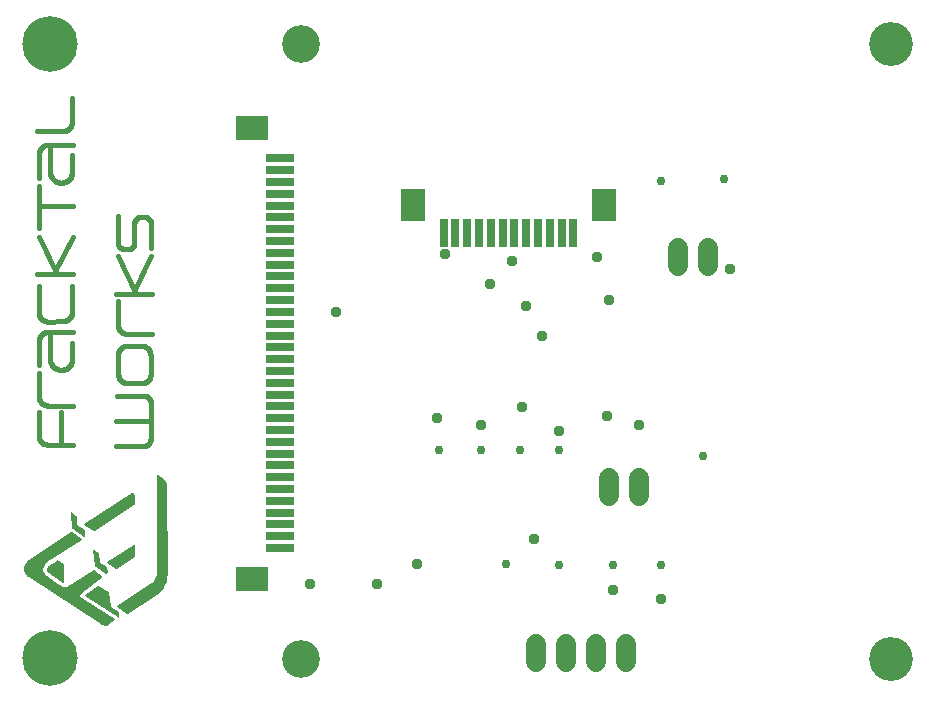
<source format=gbr>
G04 EAGLE Gerber RS-274X export*
G75*
%MOMM*%
%FSLAX34Y34*%
%LPD*%
%INSoldermask Top*%
%IPPOS*%
%AMOC8*
5,1,8,0,0,1.08239X$1,22.5*%
G01*
%ADD10C,4.703294*%
%ADD11C,3.712694*%
%ADD12C,3.203194*%
%ADD13R,2.403200X0.803200*%
%ADD14R,2.803200X2.003200*%
%ADD15C,0.406400*%
%ADD16C,1.727200*%
%ADD17C,0.762000*%
%ADD18R,0.803200X2.403200*%
%ADD19R,2.003200X2.803200*%
%ADD20C,0.959600*%

G36*
X209193Y167843D02*
X209193Y167843D01*
X209226Y167854D01*
X209277Y167859D01*
X210411Y168208D01*
X210441Y168225D01*
X210490Y168242D01*
X211518Y168835D01*
X211532Y168847D01*
X211554Y168858D01*
X216380Y172414D01*
X216402Y172440D01*
X216430Y172459D01*
X216457Y172505D01*
X216492Y172546D01*
X216500Y172579D01*
X216518Y172609D01*
X216521Y172662D01*
X216534Y172714D01*
X216527Y172747D01*
X216529Y172782D01*
X216509Y172831D01*
X216498Y172883D01*
X216476Y172910D01*
X216463Y172942D01*
X216414Y172988D01*
X216389Y173019D01*
X216374Y173026D01*
X216358Y173041D01*
X187930Y191062D01*
X187465Y191449D01*
X187124Y191921D01*
X186910Y192462D01*
X186838Y193040D01*
X186910Y193618D01*
X187124Y194159D01*
X187465Y194631D01*
X187941Y195027D01*
X206474Y208736D01*
X206490Y208755D01*
X206510Y208767D01*
X206545Y208820D01*
X206586Y208868D01*
X206592Y208892D01*
X206605Y208912D01*
X206613Y208975D01*
X206628Y209036D01*
X206623Y209060D01*
X206626Y209084D01*
X206605Y209144D01*
X206591Y209206D01*
X206576Y209225D01*
X206568Y209247D01*
X206505Y209313D01*
X206483Y209341D01*
X206475Y209345D01*
X206468Y209352D01*
X198594Y214940D01*
X198535Y214964D01*
X198480Y214995D01*
X198456Y214997D01*
X198434Y215006D01*
X198370Y215001D01*
X198307Y215004D01*
X198282Y214995D01*
X198261Y214993D01*
X198228Y214974D01*
X198172Y214952D01*
X175571Y200731D01*
X175011Y200406D01*
X174428Y200225D01*
X173818Y200178D01*
X173214Y200268D01*
X172632Y200495D01*
X165363Y204738D01*
X158483Y209592D01*
X157467Y210543D01*
X156656Y211662D01*
X156072Y212915D01*
X155736Y214255D01*
X155661Y215635D01*
X155848Y217004D01*
X156292Y218312D01*
X156976Y219513D01*
X157876Y220562D01*
X158973Y221433D01*
X187913Y240219D01*
X187939Y240246D01*
X187971Y240265D01*
X187998Y240308D01*
X188033Y240344D01*
X188044Y240380D01*
X188064Y240411D01*
X188070Y240461D01*
X188085Y240509D01*
X188079Y240546D01*
X188084Y240583D01*
X188066Y240631D01*
X188059Y240680D01*
X188037Y240711D01*
X188024Y240746D01*
X187981Y240791D01*
X187959Y240822D01*
X187941Y240832D01*
X187923Y240850D01*
X179541Y246692D01*
X179480Y246716D01*
X179422Y246747D01*
X179400Y246748D01*
X179380Y246756D01*
X179315Y246751D01*
X179249Y246753D01*
X179226Y246744D01*
X179208Y246742D01*
X179175Y246722D01*
X179115Y246697D01*
X143301Y223075D01*
X143294Y223069D01*
X143284Y223064D01*
X141966Y222091D01*
X141945Y222067D01*
X141909Y222039D01*
X140814Y220820D01*
X140799Y220792D01*
X140768Y220758D01*
X139943Y219342D01*
X139934Y219311D01*
X139911Y219272D01*
X139390Y217719D01*
X139387Y217687D01*
X139372Y217643D01*
X139176Y216017D01*
X139179Y215985D01*
X139174Y215939D01*
X139311Y214307D01*
X139321Y214276D01*
X139325Y214231D01*
X139789Y212659D01*
X139805Y212631D01*
X139818Y212588D01*
X140590Y211142D01*
X140612Y211118D01*
X140634Y211078D01*
X141682Y209819D01*
X141708Y209800D01*
X141737Y209765D01*
X143019Y208745D01*
X143034Y208737D01*
X143050Y208722D01*
X204514Y169101D01*
X205489Y168434D01*
X205521Y168422D01*
X205564Y168394D01*
X206669Y167959D01*
X206703Y167954D01*
X206751Y167937D01*
X207924Y167759D01*
X207959Y167762D01*
X208010Y167756D01*
X209193Y167843D01*
G37*
G36*
X226833Y177683D02*
X226833Y177683D01*
X226897Y177681D01*
X226922Y177692D01*
X226943Y177694D01*
X226975Y177713D01*
X227031Y177736D01*
X251415Y193738D01*
X251420Y193744D01*
X251430Y193748D01*
X253706Y195403D01*
X253721Y195421D01*
X253748Y195439D01*
X255760Y197406D01*
X255773Y197426D01*
X255797Y197447D01*
X255910Y197596D01*
X255911Y197596D01*
X255911Y197597D01*
X256200Y197977D01*
X256490Y198357D01*
X256780Y198737D01*
X257070Y199117D01*
X257070Y199118D01*
X257360Y199498D01*
X257502Y199685D01*
X257512Y199707D01*
X257532Y199731D01*
X258896Y202193D01*
X258902Y202216D01*
X258919Y202243D01*
X259911Y204876D01*
X259914Y204900D01*
X259927Y204929D01*
X260527Y207678D01*
X260526Y207702D01*
X260534Y207733D01*
X260729Y210540D01*
X260727Y210552D01*
X260730Y210567D01*
X260476Y285497D01*
X260476Y285498D01*
X260476Y285499D01*
X260466Y286858D01*
X260458Y286892D01*
X260456Y286941D01*
X260151Y288266D01*
X260136Y288296D01*
X260123Y288345D01*
X259537Y289571D01*
X259515Y289598D01*
X259493Y289642D01*
X258653Y290711D01*
X258627Y290733D01*
X258595Y290771D01*
X257543Y291632D01*
X257526Y291640D01*
X257509Y291657D01*
X252429Y294959D01*
X252361Y294983D01*
X252294Y295013D01*
X252280Y295013D01*
X252266Y295018D01*
X252194Y295009D01*
X252121Y295007D01*
X252109Y295000D01*
X252094Y294998D01*
X252033Y294959D01*
X251969Y294924D01*
X251961Y294912D01*
X251949Y294904D01*
X251911Y294842D01*
X251869Y294782D01*
X251866Y294767D01*
X251860Y294755D01*
X251857Y294717D01*
X251842Y294640D01*
X251842Y212873D01*
X251615Y210873D01*
X251075Y208941D01*
X250237Y207120D01*
X249120Y205455D01*
X247753Y203988D01*
X246158Y202747D01*
X217977Y184214D01*
X217950Y184186D01*
X217917Y184165D01*
X217892Y184124D01*
X217858Y184088D01*
X217846Y184051D01*
X217826Y184018D01*
X217821Y183969D01*
X217807Y183922D01*
X217813Y183884D01*
X217809Y183846D01*
X217827Y183800D01*
X217834Y183751D01*
X217857Y183720D01*
X217871Y183684D01*
X217913Y183641D01*
X217935Y183610D01*
X217954Y183600D01*
X217973Y183581D01*
X226609Y177739D01*
X226668Y177717D01*
X226723Y177687D01*
X226748Y177686D01*
X226771Y177677D01*
X226833Y177683D01*
G37*
G36*
X198899Y247533D02*
X198899Y247533D01*
X198957Y247531D01*
X198988Y247544D01*
X199013Y247547D01*
X199043Y247566D01*
X199091Y247587D01*
X232619Y269685D01*
X232638Y269705D01*
X232663Y269718D01*
X232697Y269767D01*
X232738Y269810D01*
X232747Y269837D01*
X232763Y269860D01*
X232778Y269939D01*
X232789Y269976D01*
X232787Y269988D01*
X232790Y270002D01*
X232790Y278638D01*
X232782Y278673D01*
X232779Y278729D01*
X232698Y279060D01*
X232683Y279088D01*
X232645Y279180D01*
X232456Y279463D01*
X232432Y279485D01*
X232366Y279558D01*
X232092Y279760D01*
X232062Y279773D01*
X231975Y279819D01*
X231648Y279916D01*
X231616Y279918D01*
X231518Y279932D01*
X231178Y279913D01*
X231147Y279904D01*
X231051Y279883D01*
X230737Y279750D01*
X230715Y279733D01*
X230679Y279719D01*
X190293Y253557D01*
X190262Y253524D01*
X190224Y253500D01*
X190203Y253463D01*
X190173Y253432D01*
X190159Y253389D01*
X190137Y253350D01*
X190134Y253308D01*
X190121Y253267D01*
X190128Y253222D01*
X190125Y253177D01*
X190141Y253138D01*
X190147Y253096D01*
X190173Y253059D01*
X190191Y253017D01*
X190227Y252982D01*
X190232Y252975D01*
X190233Y252975D01*
X190247Y252954D01*
X190270Y252942D01*
X190296Y252917D01*
X198678Y247583D01*
X198733Y247564D01*
X198784Y247537D01*
X198814Y247536D01*
X198841Y247526D01*
X198899Y247533D01*
G37*
G36*
X219185Y174639D02*
X219185Y174639D01*
X219206Y174639D01*
X219291Y174674D01*
X219379Y174703D01*
X219395Y174716D01*
X219413Y174724D01*
X219482Y174786D01*
X219554Y174844D01*
X219564Y174861D01*
X219579Y174875D01*
X219621Y174957D01*
X219669Y175037D01*
X219672Y175057D01*
X219682Y175075D01*
X219707Y175247D01*
X219709Y175258D01*
X219709Y175259D01*
X219709Y175260D01*
X219709Y178943D01*
X219709Y178945D01*
X219709Y178947D01*
X219689Y179056D01*
X219670Y179164D01*
X219669Y179166D01*
X219668Y179167D01*
X219612Y179261D01*
X219555Y179357D01*
X219554Y179358D01*
X219553Y179360D01*
X219410Y179481D01*
X212937Y183512D01*
X211450Y195910D01*
X211426Y195988D01*
X211409Y196068D01*
X211393Y196094D01*
X211384Y196124D01*
X211334Y196189D01*
X211291Y196259D01*
X211264Y196281D01*
X211248Y196302D01*
X211207Y196328D01*
X211146Y196378D01*
X202256Y201712D01*
X202203Y201732D01*
X202155Y201761D01*
X202099Y201771D01*
X202047Y201791D01*
X201990Y201792D01*
X201934Y201802D01*
X201879Y201793D01*
X201822Y201793D01*
X201769Y201774D01*
X201713Y201764D01*
X201654Y201732D01*
X201611Y201716D01*
X201587Y201695D01*
X201549Y201675D01*
X190754Y193547D01*
X190708Y193498D01*
X190656Y193456D01*
X190632Y193416D01*
X190601Y193382D01*
X190576Y193321D01*
X190541Y193263D01*
X190533Y193218D01*
X190515Y193175D01*
X190513Y193108D01*
X190501Y193042D01*
X190509Y192997D01*
X190507Y192951D01*
X190528Y192887D01*
X190540Y192821D01*
X190563Y192781D01*
X190578Y192738D01*
X190619Y192685D01*
X190653Y192628D01*
X190694Y192593D01*
X190718Y192562D01*
X190752Y192542D01*
X190795Y192505D01*
X218735Y174725D01*
X218753Y174717D01*
X218769Y174705D01*
X218856Y174675D01*
X218942Y174640D01*
X218962Y174639D01*
X218981Y174633D01*
X219074Y174635D01*
X219166Y174632D01*
X219185Y174639D01*
G37*
G36*
X217440Y215783D02*
X217440Y215783D01*
X217498Y215781D01*
X217529Y215793D01*
X217553Y215796D01*
X217583Y215816D01*
X217633Y215836D01*
X233127Y225996D01*
X233146Y226017D01*
X233171Y226030D01*
X233205Y226079D01*
X233246Y226122D01*
X233254Y226149D01*
X233271Y226172D01*
X233286Y226250D01*
X233297Y226287D01*
X233295Y226299D01*
X233298Y226314D01*
X233298Y235712D01*
X233283Y235779D01*
X233273Y235847D01*
X233263Y235862D01*
X233259Y235881D01*
X233215Y235934D01*
X233177Y235991D01*
X233160Y236000D01*
X233149Y236014D01*
X233086Y236043D01*
X233026Y236077D01*
X233008Y236078D01*
X232990Y236085D01*
X232922Y236083D01*
X232853Y236087D01*
X232834Y236079D01*
X232817Y236079D01*
X232783Y236060D01*
X232718Y236035D01*
X209350Y221557D01*
X209316Y221523D01*
X209276Y221497D01*
X209255Y221463D01*
X209227Y221435D01*
X209212Y221389D01*
X209187Y221348D01*
X209184Y221308D01*
X209172Y221271D01*
X209178Y221223D01*
X209174Y221175D01*
X209189Y221138D01*
X209195Y221099D01*
X209221Y221059D01*
X209239Y221015D01*
X209273Y220982D01*
X209291Y220955D01*
X209316Y220941D01*
X209344Y220914D01*
X217218Y215834D01*
X217273Y215815D01*
X217325Y215787D01*
X217354Y215786D01*
X217381Y215776D01*
X217440Y215783D01*
G37*
G36*
X172431Y203975D02*
X172431Y203975D01*
X172464Y203975D01*
X172538Y204005D01*
X172615Y204026D01*
X172642Y204046D01*
X172673Y204058D01*
X172732Y204111D01*
X172797Y204158D01*
X172815Y204186D01*
X172840Y204208D01*
X172877Y204278D01*
X172921Y204345D01*
X172929Y204377D01*
X172944Y204406D01*
X172961Y204517D01*
X172972Y204563D01*
X172971Y204576D01*
X172973Y204592D01*
X173100Y219197D01*
X173099Y219204D01*
X173100Y219212D01*
X173088Y219276D01*
X173087Y219315D01*
X173075Y219343D01*
X173062Y219418D01*
X173059Y219424D01*
X173057Y219432D01*
X173004Y219519D01*
X173002Y219523D01*
X173000Y219526D01*
X172950Y219612D01*
X172944Y219617D01*
X172940Y219623D01*
X172796Y219744D01*
X167589Y222919D01*
X167546Y222935D01*
X167507Y222961D01*
X167442Y222976D01*
X167380Y223000D01*
X167333Y223000D01*
X167288Y223011D01*
X167222Y223002D01*
X167156Y223003D01*
X167112Y222987D01*
X167066Y222981D01*
X166991Y222944D01*
X166944Y222928D01*
X166926Y222912D01*
X166897Y222898D01*
X160674Y218580D01*
X160651Y218557D01*
X160614Y218533D01*
X160017Y218002D01*
X159987Y217962D01*
X159916Y217887D01*
X159463Y217229D01*
X159443Y217183D01*
X159393Y217094D01*
X159110Y216346D01*
X159101Y216297D01*
X159074Y216198D01*
X158978Y215405D01*
X158980Y215355D01*
X158978Y215252D01*
X159074Y214459D01*
X159088Y214411D01*
X159110Y214311D01*
X159393Y213563D01*
X159418Y213520D01*
X159463Y213428D01*
X159916Y212770D01*
X159952Y212734D01*
X160017Y212655D01*
X160614Y212124D01*
X160640Y212108D01*
X160670Y212080D01*
X171973Y204079D01*
X172002Y204065D01*
X172028Y204044D01*
X172103Y204018D01*
X172176Y203984D01*
X172209Y203981D01*
X172240Y203971D01*
X172320Y203972D01*
X172399Y203966D01*
X172431Y203975D01*
G37*
G36*
X190602Y242713D02*
X190602Y242713D01*
X190647Y242715D01*
X190710Y242742D01*
X190775Y242761D01*
X190812Y242787D01*
X190853Y242805D01*
X190902Y242852D01*
X190957Y242892D01*
X190982Y242930D01*
X191014Y242961D01*
X191044Y243022D01*
X191082Y243079D01*
X191092Y243123D01*
X191111Y243163D01*
X191122Y243249D01*
X191133Y243297D01*
X191131Y243320D01*
X191134Y243349D01*
X191007Y248048D01*
X190992Y248122D01*
X190985Y248198D01*
X190969Y248231D01*
X190961Y248268D01*
X190921Y248332D01*
X190889Y248400D01*
X190859Y248431D01*
X190842Y248458D01*
X190806Y248486D01*
X190758Y248535D01*
X184499Y253321D01*
X183765Y260541D01*
X183757Y260568D01*
X183757Y260587D01*
X183746Y260613D01*
X183740Y260663D01*
X183717Y260708D01*
X183703Y260757D01*
X183666Y260807D01*
X183637Y260863D01*
X183595Y260904D01*
X183570Y260938D01*
X183539Y260958D01*
X183503Y260993D01*
X179947Y263533D01*
X179885Y263562D01*
X179828Y263600D01*
X179784Y263610D01*
X179744Y263629D01*
X179676Y263635D01*
X179609Y263650D01*
X179565Y263645D01*
X179520Y263649D01*
X179455Y263631D01*
X179387Y263622D01*
X179347Y263601D01*
X179304Y263589D01*
X179249Y263549D01*
X179188Y263517D01*
X179158Y263484D01*
X179122Y263458D01*
X179084Y263401D01*
X179038Y263350D01*
X179022Y263309D01*
X178997Y263272D01*
X178981Y263205D01*
X178956Y263142D01*
X178954Y263090D01*
X178945Y263053D01*
X178950Y263013D01*
X178947Y262955D01*
X180217Y250128D01*
X180234Y250066D01*
X180242Y250002D01*
X180265Y249959D01*
X180278Y249912D01*
X180316Y249860D01*
X180346Y249803D01*
X180387Y249763D01*
X180411Y249731D01*
X180443Y249710D01*
X180481Y249673D01*
X190133Y242815D01*
X190173Y242796D01*
X190209Y242769D01*
X190274Y242748D01*
X190336Y242719D01*
X190380Y242716D01*
X190423Y242702D01*
X190491Y242706D01*
X190559Y242701D01*
X190602Y242713D01*
G37*
G36*
X209334Y211463D02*
X209334Y211463D01*
X209374Y211461D01*
X209443Y211482D01*
X209515Y211495D01*
X209550Y211515D01*
X209588Y211527D01*
X209646Y211572D01*
X209709Y211608D01*
X209734Y211639D01*
X209766Y211664D01*
X209805Y211726D01*
X209850Y211782D01*
X209863Y211820D01*
X209885Y211854D01*
X209900Y211926D01*
X209923Y211994D01*
X209923Y212040D01*
X209930Y212074D01*
X209923Y212118D01*
X209924Y212182D01*
X209162Y217389D01*
X209141Y217450D01*
X209130Y217513D01*
X209106Y217555D01*
X209090Y217602D01*
X209050Y217651D01*
X209018Y217707D01*
X208975Y217745D01*
X208949Y217776D01*
X208917Y217796D01*
X208877Y217831D01*
X203793Y221099D01*
X202814Y229058D01*
X202794Y229122D01*
X202784Y229187D01*
X202761Y229228D01*
X202747Y229273D01*
X202707Y229325D01*
X202675Y229383D01*
X202634Y229420D01*
X202610Y229451D01*
X202577Y229472D01*
X202536Y229509D01*
X198726Y232049D01*
X198663Y232076D01*
X198604Y232112D01*
X198561Y232121D01*
X198520Y232138D01*
X198451Y232142D01*
X198384Y232155D01*
X198340Y232148D01*
X198296Y232150D01*
X198230Y232130D01*
X198163Y232119D01*
X198124Y232097D01*
X198082Y232084D01*
X198027Y232042D01*
X197968Y232008D01*
X197939Y231974D01*
X197904Y231947D01*
X197868Y231889D01*
X197824Y231836D01*
X197809Y231794D01*
X197785Y231757D01*
X197771Y231689D01*
X197748Y231625D01*
X197747Y231574D01*
X197740Y231537D01*
X197746Y231496D01*
X197745Y231437D01*
X199523Y218102D01*
X199543Y218042D01*
X199552Y217980D01*
X199577Y217936D01*
X199592Y217889D01*
X199631Y217839D01*
X199661Y217784D01*
X199705Y217745D01*
X199730Y217712D01*
X199762Y217693D01*
X199800Y217658D01*
X208944Y211562D01*
X209011Y211533D01*
X209073Y211496D01*
X209113Y211489D01*
X209150Y211473D01*
X209222Y211469D01*
X209294Y211456D01*
X209334Y211463D01*
G37*
D10*
X161290Y659892D03*
X161290Y139954D03*
D11*
X873633Y139827D03*
X873506Y659943D03*
D12*
X373634Y659892D03*
X373634Y139827D03*
D13*
X356280Y523400D03*
X356280Y533400D03*
X356280Y513400D03*
X356280Y543400D03*
D14*
X332280Y207400D03*
X332280Y589400D03*
D13*
X356280Y553400D03*
X356280Y563400D03*
X356280Y503400D03*
X356280Y493400D03*
X356280Y483400D03*
X356280Y473400D03*
X356280Y463400D03*
X356280Y453400D03*
X356280Y443400D03*
X356280Y433400D03*
X356280Y423400D03*
X356280Y413400D03*
X356280Y403400D03*
X356280Y393400D03*
X356280Y383400D03*
X356280Y373400D03*
X356280Y363400D03*
X356280Y353400D03*
X356280Y343400D03*
X356280Y333400D03*
X356280Y323400D03*
X356280Y313400D03*
X356280Y303400D03*
X356280Y293400D03*
X356280Y283400D03*
X356280Y273400D03*
X356280Y263400D03*
X356280Y253400D03*
X356280Y243400D03*
X356280Y233400D03*
D15*
X151638Y329438D02*
X151892Y348996D01*
X151638Y329438D02*
X151638Y328676D01*
X151640Y328492D01*
X151647Y328308D01*
X151658Y328124D01*
X151674Y327941D01*
X151694Y327758D01*
X151718Y327575D01*
X151747Y327393D01*
X151780Y327212D01*
X151818Y327032D01*
X151859Y326852D01*
X151906Y326674D01*
X151956Y326497D01*
X152011Y326321D01*
X152070Y326147D01*
X152133Y325974D01*
X152201Y325803D01*
X152272Y325633D01*
X152348Y325465D01*
X152427Y325299D01*
X152511Y325135D01*
X152598Y324973D01*
X152690Y324813D01*
X152785Y324655D01*
X152884Y324500D01*
X152987Y324347D01*
X153093Y324197D01*
X153203Y324049D01*
X153317Y323904D01*
X153434Y323762D01*
X153554Y323623D01*
X153678Y323487D01*
X153805Y323353D01*
X153935Y323223D01*
X154069Y323096D01*
X154205Y322972D01*
X154344Y322852D01*
X154486Y322735D01*
X154631Y322621D01*
X154779Y322511D01*
X154929Y322405D01*
X155082Y322302D01*
X155237Y322203D01*
X155395Y322108D01*
X155555Y322016D01*
X155717Y321929D01*
X155881Y321845D01*
X156047Y321766D01*
X156215Y321690D01*
X156385Y321619D01*
X156556Y321551D01*
X156729Y321488D01*
X156903Y321429D01*
X157079Y321374D01*
X157256Y321324D01*
X157434Y321277D01*
X157614Y321236D01*
X157794Y321198D01*
X157975Y321165D01*
X158157Y321136D01*
X158340Y321112D01*
X158523Y321092D01*
X158706Y321076D01*
X158890Y321065D01*
X159074Y321058D01*
X159258Y321056D01*
X180594Y321056D01*
X170180Y323342D02*
X170180Y348996D01*
X151638Y362204D02*
X151638Y381762D01*
X151638Y362204D02*
X151640Y362007D01*
X151648Y361809D01*
X151660Y361613D01*
X151676Y361416D01*
X151698Y361220D01*
X151724Y361024D01*
X151755Y360829D01*
X151791Y360635D01*
X151831Y360442D01*
X151876Y360250D01*
X151926Y360059D01*
X151980Y359869D01*
X152039Y359681D01*
X152103Y359494D01*
X152171Y359309D01*
X152243Y359125D01*
X152320Y358944D01*
X152401Y358764D01*
X152487Y358586D01*
X152577Y358410D01*
X152671Y358237D01*
X152770Y358066D01*
X152872Y357897D01*
X152979Y357731D01*
X153089Y357568D01*
X153204Y357407D01*
X153322Y357249D01*
X153444Y357094D01*
X153570Y356942D01*
X153699Y356793D01*
X153832Y356648D01*
X153969Y356505D01*
X154109Y356366D01*
X154252Y356230D01*
X154399Y356098D01*
X154549Y355970D01*
X154701Y355845D01*
X154857Y355724D01*
X155016Y355606D01*
X155177Y355493D01*
X155341Y355384D01*
X155508Y355278D01*
X155678Y355177D01*
X155849Y355080D01*
X156023Y354987D01*
X156200Y354898D01*
X156378Y354813D01*
X156558Y354733D01*
X156740Y354657D01*
X156924Y354586D01*
X157110Y354519D01*
X157297Y354457D01*
X157486Y354399D01*
X157676Y354346D01*
X157867Y354298D01*
X158060Y354254D01*
X158253Y354215D01*
X158447Y354180D01*
X158643Y354151D01*
X158838Y354126D01*
X159035Y354105D01*
X159231Y354090D01*
X159428Y354079D01*
X159626Y354073D01*
X159823Y354072D01*
X160020Y354076D01*
X180594Y353822D01*
X151892Y388112D02*
X151892Y408432D01*
X151894Y408631D01*
X151902Y408829D01*
X151914Y409027D01*
X151931Y409225D01*
X151953Y409423D01*
X151979Y409620D01*
X152011Y409816D01*
X152047Y410011D01*
X152088Y410206D01*
X152133Y410399D01*
X152184Y410591D01*
X152239Y410782D01*
X152299Y410971D01*
X152363Y411159D01*
X152432Y411346D01*
X152505Y411530D01*
X152583Y411713D01*
X152666Y411894D01*
X152752Y412072D01*
X152843Y412249D01*
X152939Y412423D01*
X153038Y412595D01*
X153142Y412765D01*
X153250Y412931D01*
X153362Y413095D01*
X153478Y413257D01*
X153598Y413415D01*
X153721Y413571D01*
X153849Y413723D01*
X153980Y413872D01*
X154115Y414018D01*
X154253Y414161D01*
X154394Y414300D01*
X154540Y414436D01*
X154688Y414568D01*
X154839Y414697D01*
X154994Y414822D01*
X155151Y414943D01*
X155312Y415060D01*
X155475Y415173D01*
X155641Y415282D01*
X155810Y415387D01*
X155981Y415488D01*
X156155Y415584D01*
X156330Y415677D01*
X156509Y415765D01*
X156689Y415849D01*
X156871Y415928D01*
X157055Y416003D01*
X157241Y416073D01*
X157428Y416139D01*
X157617Y416200D01*
X157808Y416256D01*
X157999Y416308D01*
X158192Y416355D01*
X158387Y416397D01*
X158582Y416435D01*
X158777Y416468D01*
X158974Y416496D01*
X159171Y416519D01*
X159369Y416538D01*
X159567Y416551D01*
X159766Y416560D01*
X180848Y416306D01*
X179832Y407416D02*
X179832Y393192D01*
X179829Y392977D01*
X179822Y392761D01*
X179809Y392546D01*
X179790Y392331D01*
X179767Y392117D01*
X179738Y391904D01*
X179704Y391691D01*
X179665Y391479D01*
X179621Y391268D01*
X179572Y391058D01*
X179518Y390850D01*
X179459Y390643D01*
X179395Y390437D01*
X179325Y390233D01*
X179251Y390031D01*
X179172Y389830D01*
X179088Y389632D01*
X179000Y389435D01*
X178906Y389241D01*
X178808Y389049D01*
X178706Y388860D01*
X178598Y388673D01*
X178487Y388489D01*
X178370Y388307D01*
X178250Y388129D01*
X178125Y387953D01*
X177996Y387780D01*
X177863Y387611D01*
X177726Y387445D01*
X177585Y387282D01*
X177439Y387123D01*
X177290Y386967D01*
X177138Y386815D01*
X176982Y386667D01*
X176822Y386522D01*
X176658Y386382D01*
X176492Y386245D01*
X176322Y386113D01*
X176149Y385984D01*
X175973Y385860D01*
X175794Y385740D01*
X175612Y385625D01*
X175427Y385514D01*
X175240Y385407D01*
X175050Y385306D01*
X174857Y385208D01*
X174663Y385116D01*
X174466Y385028D01*
X174267Y384945D01*
X174067Y384866D01*
X173864Y384793D01*
X173660Y384725D01*
X173454Y384661D01*
X173246Y384603D01*
X173038Y384549D01*
X172828Y384501D01*
X172617Y384458D01*
X172405Y384420D01*
X172192Y384387D01*
X171978Y384359D01*
X171764Y384336D01*
X171549Y384319D01*
X171334Y384307D01*
X171118Y384300D01*
X170903Y384298D01*
X170688Y384302D01*
X170443Y384312D01*
X170199Y384328D01*
X169956Y384349D01*
X169713Y384377D01*
X169471Y384411D01*
X169230Y384450D01*
X168989Y384496D01*
X168750Y384547D01*
X168513Y384604D01*
X168276Y384667D01*
X168042Y384735D01*
X167809Y384809D01*
X167578Y384889D01*
X167349Y384975D01*
X167122Y385066D01*
X166897Y385162D01*
X166675Y385264D01*
X166456Y385372D01*
X166239Y385484D01*
X166025Y385602D01*
X165813Y385726D01*
X165605Y385854D01*
X165400Y385987D01*
X165199Y386125D01*
X165001Y386268D01*
X164806Y386416D01*
X164615Y386569D01*
X164428Y386726D01*
X164245Y386888D01*
X164065Y387054D01*
X163890Y387225D01*
X163719Y387399D01*
X163552Y387578D01*
X163390Y387761D01*
X163232Y387948D01*
X163079Y388138D01*
X162931Y388332D01*
X162787Y388530D01*
X162648Y388731D01*
X162514Y388936D01*
X162385Y389144D01*
X162262Y389354D01*
X162143Y389568D01*
X162030Y389785D01*
X161922Y390004D01*
X161819Y390226D01*
X161722Y390450D01*
X161630Y390677D01*
X161544Y390906D01*
X161544Y414528D01*
X151638Y433070D02*
X151638Y455422D01*
X151638Y433070D02*
X151640Y432877D01*
X151647Y432683D01*
X151659Y432490D01*
X151676Y432298D01*
X151697Y432105D01*
X151723Y431914D01*
X151754Y431723D01*
X151789Y431533D01*
X151829Y431343D01*
X151873Y431155D01*
X151922Y430968D01*
X151976Y430782D01*
X152034Y430598D01*
X152097Y430415D01*
X152164Y430234D01*
X152236Y430054D01*
X152312Y429876D01*
X152392Y429700D01*
X152476Y429526D01*
X152565Y429354D01*
X152658Y429185D01*
X152755Y429018D01*
X152856Y428853D01*
X152962Y428690D01*
X153071Y428531D01*
X153184Y428374D01*
X153300Y428219D01*
X153421Y428068D01*
X153545Y427920D01*
X153673Y427775D01*
X153804Y427633D01*
X153939Y427494D01*
X154077Y427358D01*
X154218Y427226D01*
X154362Y427098D01*
X154510Y426973D01*
X154661Y426851D01*
X154814Y426734D01*
X154971Y426620D01*
X155130Y426510D01*
X155291Y426404D01*
X155456Y426302D01*
X155622Y426204D01*
X155791Y426110D01*
X155963Y426020D01*
X156136Y425935D01*
X156312Y425854D01*
X156489Y425777D01*
X156668Y425704D01*
X156849Y425636D01*
X157032Y425572D01*
X157216Y425513D01*
X157402Y425458D01*
X157588Y425408D01*
X157776Y425363D01*
X157965Y425322D01*
X158155Y425285D01*
X158346Y425254D01*
X158538Y425227D01*
X158730Y425204D01*
X158922Y425187D01*
X159115Y425174D01*
X159308Y425166D01*
X159502Y425162D01*
X159695Y425163D01*
X159889Y425169D01*
X160082Y425180D01*
X160274Y425196D01*
X171704Y425450D01*
X171909Y425457D01*
X172114Y425469D01*
X172319Y425486D01*
X172523Y425508D01*
X172727Y425535D01*
X172929Y425567D01*
X173131Y425603D01*
X173332Y425645D01*
X173532Y425692D01*
X173731Y425743D01*
X173929Y425799D01*
X174125Y425860D01*
X174319Y425925D01*
X174512Y425996D01*
X174703Y426071D01*
X174893Y426150D01*
X175080Y426234D01*
X175265Y426323D01*
X175448Y426416D01*
X175629Y426513D01*
X175807Y426615D01*
X175983Y426721D01*
X176156Y426832D01*
X176326Y426946D01*
X176494Y427065D01*
X176659Y427188D01*
X176820Y427314D01*
X176979Y427445D01*
X177134Y427579D01*
X177286Y427717D01*
X177435Y427859D01*
X177580Y428004D01*
X177721Y428153D01*
X177859Y428305D01*
X177993Y428460D01*
X178124Y428619D01*
X178250Y428780D01*
X178373Y428945D01*
X178491Y429113D01*
X178606Y429283D01*
X178716Y429456D01*
X178822Y429632D01*
X178924Y429810D01*
X179021Y429991D01*
X179114Y430174D01*
X179203Y430359D01*
X179287Y430547D01*
X179366Y430736D01*
X179441Y430927D01*
X179511Y431120D01*
X179577Y431315D01*
X179638Y431511D01*
X179693Y431708D01*
X179745Y431907D01*
X179791Y432107D01*
X179832Y432308D01*
X180086Y455422D01*
X166878Y465074D02*
X150622Y465074D01*
X166878Y465074D02*
X180848Y465074D01*
X166878Y465074D02*
X151638Y497078D01*
X180340Y497078D02*
X165862Y467868D01*
X152146Y504698D02*
X152146Y540258D01*
X151892Y522732D02*
X180594Y522732D01*
X151892Y546608D02*
X151892Y566928D01*
X151894Y567127D01*
X151902Y567325D01*
X151914Y567523D01*
X151931Y567721D01*
X151953Y567919D01*
X151979Y568116D01*
X152011Y568312D01*
X152047Y568507D01*
X152088Y568702D01*
X152133Y568895D01*
X152184Y569087D01*
X152239Y569278D01*
X152299Y569467D01*
X152363Y569655D01*
X152432Y569842D01*
X152505Y570026D01*
X152583Y570209D01*
X152666Y570390D01*
X152752Y570568D01*
X152843Y570745D01*
X152939Y570919D01*
X153038Y571091D01*
X153142Y571261D01*
X153250Y571427D01*
X153362Y571591D01*
X153478Y571753D01*
X153598Y571911D01*
X153721Y572067D01*
X153849Y572219D01*
X153980Y572368D01*
X154115Y572514D01*
X154253Y572657D01*
X154394Y572796D01*
X154540Y572932D01*
X154688Y573064D01*
X154839Y573193D01*
X154994Y573318D01*
X155151Y573439D01*
X155312Y573556D01*
X155475Y573669D01*
X155641Y573778D01*
X155810Y573883D01*
X155981Y573984D01*
X156155Y574080D01*
X156330Y574173D01*
X156509Y574261D01*
X156689Y574345D01*
X156871Y574424D01*
X157055Y574499D01*
X157241Y574569D01*
X157428Y574635D01*
X157617Y574696D01*
X157808Y574752D01*
X157999Y574804D01*
X158192Y574851D01*
X158387Y574893D01*
X158582Y574931D01*
X158777Y574964D01*
X158974Y574992D01*
X159171Y575015D01*
X159369Y575034D01*
X159567Y575047D01*
X159766Y575056D01*
X180848Y574802D01*
X179832Y565912D02*
X179832Y551688D01*
X179829Y551473D01*
X179822Y551257D01*
X179809Y551042D01*
X179790Y550827D01*
X179767Y550613D01*
X179738Y550400D01*
X179704Y550187D01*
X179665Y549975D01*
X179621Y549764D01*
X179572Y549554D01*
X179518Y549346D01*
X179459Y549139D01*
X179395Y548933D01*
X179325Y548729D01*
X179251Y548527D01*
X179172Y548326D01*
X179088Y548128D01*
X179000Y547931D01*
X178906Y547737D01*
X178808Y547545D01*
X178706Y547356D01*
X178598Y547169D01*
X178487Y546985D01*
X178370Y546803D01*
X178250Y546625D01*
X178125Y546449D01*
X177996Y546276D01*
X177863Y546107D01*
X177726Y545941D01*
X177585Y545778D01*
X177439Y545619D01*
X177290Y545463D01*
X177138Y545311D01*
X176982Y545163D01*
X176822Y545018D01*
X176658Y544878D01*
X176492Y544741D01*
X176322Y544609D01*
X176149Y544480D01*
X175973Y544356D01*
X175794Y544236D01*
X175612Y544121D01*
X175427Y544010D01*
X175240Y543903D01*
X175050Y543802D01*
X174857Y543704D01*
X174663Y543612D01*
X174466Y543524D01*
X174267Y543441D01*
X174067Y543362D01*
X173864Y543289D01*
X173660Y543221D01*
X173454Y543157D01*
X173246Y543099D01*
X173038Y543045D01*
X172828Y542997D01*
X172617Y542954D01*
X172405Y542916D01*
X172192Y542883D01*
X171978Y542855D01*
X171764Y542832D01*
X171549Y542815D01*
X171334Y542803D01*
X171118Y542796D01*
X170903Y542794D01*
X170688Y542798D01*
X170443Y542808D01*
X170199Y542824D01*
X169956Y542845D01*
X169713Y542873D01*
X169471Y542907D01*
X169230Y542946D01*
X168989Y542992D01*
X168750Y543043D01*
X168513Y543100D01*
X168276Y543163D01*
X168042Y543231D01*
X167809Y543305D01*
X167578Y543385D01*
X167349Y543471D01*
X167122Y543562D01*
X166897Y543658D01*
X166675Y543760D01*
X166456Y543868D01*
X166239Y543980D01*
X166025Y544098D01*
X165813Y544222D01*
X165605Y544350D01*
X165400Y544483D01*
X165199Y544621D01*
X165001Y544764D01*
X164806Y544912D01*
X164615Y545065D01*
X164428Y545222D01*
X164245Y545384D01*
X164065Y545550D01*
X163890Y545721D01*
X163719Y545895D01*
X163552Y546074D01*
X163390Y546257D01*
X163232Y546444D01*
X163079Y546634D01*
X162931Y546828D01*
X162787Y547026D01*
X162648Y547227D01*
X162514Y547432D01*
X162385Y547640D01*
X162262Y547850D01*
X162143Y548064D01*
X162030Y548281D01*
X161922Y548500D01*
X161819Y548722D01*
X161722Y548946D01*
X161630Y549173D01*
X161544Y549402D01*
X161544Y573024D01*
X171704Y586486D02*
X150368Y586486D01*
X171704Y586486D02*
X171904Y586488D01*
X172105Y586496D01*
X172305Y586508D01*
X172504Y586525D01*
X172704Y586547D01*
X172902Y586574D01*
X173100Y586606D01*
X173297Y586643D01*
X173493Y586684D01*
X173688Y586731D01*
X173882Y586782D01*
X174075Y586838D01*
X174266Y586898D01*
X174455Y586963D01*
X174643Y587033D01*
X174829Y587108D01*
X175013Y587187D01*
X175196Y587270D01*
X175376Y587358D01*
X175554Y587450D01*
X175729Y587547D01*
X175902Y587648D01*
X176073Y587753D01*
X176241Y587862D01*
X176406Y587976D01*
X176569Y588093D01*
X176728Y588214D01*
X176885Y588340D01*
X177038Y588469D01*
X177188Y588601D01*
X177335Y588738D01*
X177479Y588878D01*
X177619Y589021D01*
X177755Y589168D01*
X177888Y589318D01*
X178017Y589472D01*
X178142Y589628D01*
X178263Y589787D01*
X178381Y589950D01*
X178494Y590115D01*
X178604Y590283D01*
X178709Y590454D01*
X178810Y590627D01*
X178906Y590803D01*
X178999Y590980D01*
X179087Y591161D01*
X179170Y591343D01*
X179249Y591527D01*
X179323Y591713D01*
X179393Y591901D01*
X179459Y592090D01*
X179519Y592282D01*
X179575Y592474D01*
X179626Y592668D01*
X179672Y592863D01*
X179714Y593059D01*
X179751Y593256D01*
X179782Y593454D01*
X179809Y593652D01*
X179832Y593852D01*
X180086Y614680D01*
X217170Y319786D02*
X239776Y319786D01*
X239943Y319788D01*
X240110Y319794D01*
X240277Y319804D01*
X240443Y319819D01*
X240610Y319837D01*
X240775Y319859D01*
X240940Y319885D01*
X241105Y319916D01*
X241268Y319950D01*
X241431Y319988D01*
X241592Y320031D01*
X241753Y320077D01*
X241912Y320127D01*
X242071Y320181D01*
X242227Y320239D01*
X242383Y320300D01*
X242537Y320366D01*
X242689Y320435D01*
X242839Y320508D01*
X242988Y320584D01*
X243135Y320664D01*
X243279Y320747D01*
X243422Y320835D01*
X243562Y320925D01*
X243701Y321019D01*
X243837Y321116D01*
X243970Y321217D01*
X244101Y321320D01*
X244230Y321427D01*
X244355Y321537D01*
X244479Y321650D01*
X244599Y321766D01*
X244716Y321885D01*
X244831Y322007D01*
X244942Y322131D01*
X245051Y322258D01*
X245156Y322388D01*
X245258Y322520D01*
X245357Y322655D01*
X245453Y322792D01*
X245545Y322932D01*
X245634Y323073D01*
X245719Y323217D01*
X245801Y323363D01*
X245879Y323510D01*
X245954Y323660D01*
X246025Y323811D01*
X246092Y323964D01*
X246156Y324119D01*
X246215Y324275D01*
X246271Y324432D01*
X246323Y324591D01*
X246371Y324751D01*
X246416Y324912D01*
X246456Y325074D01*
X246492Y325237D01*
X246525Y325401D01*
X246553Y325566D01*
X246577Y325731D01*
X246598Y325897D01*
X246614Y326064D01*
X246626Y326230D01*
X246634Y326397D01*
X246638Y326564D01*
X246639Y326731D01*
X246634Y326898D01*
X246634Y356362D01*
X246632Y356513D01*
X246626Y356665D01*
X246616Y356816D01*
X246603Y356967D01*
X246585Y357117D01*
X246564Y357267D01*
X246538Y357417D01*
X246509Y357565D01*
X246476Y357713D01*
X246439Y357860D01*
X246399Y358006D01*
X246354Y358151D01*
X246306Y358295D01*
X246254Y358437D01*
X246199Y358578D01*
X246140Y358718D01*
X246077Y358855D01*
X246011Y358992D01*
X245941Y359126D01*
X245868Y359259D01*
X245792Y359390D01*
X245712Y359518D01*
X245628Y359645D01*
X245542Y359769D01*
X245452Y359891D01*
X245360Y360011D01*
X245264Y360129D01*
X245165Y360243D01*
X245063Y360356D01*
X244958Y360465D01*
X244851Y360572D01*
X244741Y360676D01*
X244628Y360777D01*
X244513Y360875D01*
X244395Y360970D01*
X244275Y361063D01*
X244152Y361152D01*
X244027Y361237D01*
X243900Y361320D01*
X243771Y361399D01*
X243640Y361475D01*
X243506Y361547D01*
X243372Y361616D01*
X243235Y361681D01*
X243097Y361743D01*
X242957Y361802D01*
X242816Y361856D01*
X242673Y361907D01*
X242529Y361955D01*
X242384Y361998D01*
X242238Y362038D01*
X242090Y362074D01*
X241942Y362106D01*
X241794Y362134D01*
X241644Y362159D01*
X241494Y362179D01*
X241343Y362196D01*
X241192Y362209D01*
X241041Y362218D01*
X240890Y362223D01*
X240738Y362224D01*
X240587Y362221D01*
X240435Y362214D01*
X240284Y362204D01*
X217932Y362204D01*
X217424Y340868D02*
X246380Y340868D01*
X227838Y373126D02*
X225298Y373126D01*
X227838Y373126D02*
X239014Y373126D01*
X239188Y373122D01*
X239361Y373123D01*
X239534Y373127D01*
X239707Y373136D01*
X239879Y373149D01*
X240051Y373166D01*
X240223Y373187D01*
X240394Y373213D01*
X240565Y373243D01*
X240735Y373276D01*
X240904Y373314D01*
X241072Y373356D01*
X241238Y373402D01*
X241404Y373453D01*
X241569Y373507D01*
X241732Y373565D01*
X241893Y373627D01*
X242053Y373693D01*
X242212Y373763D01*
X242368Y373836D01*
X242523Y373914D01*
X242676Y373995D01*
X242827Y374080D01*
X242976Y374168D01*
X243122Y374261D01*
X243267Y374356D01*
X243408Y374455D01*
X243548Y374558D01*
X243685Y374664D01*
X243819Y374773D01*
X243951Y374886D01*
X244080Y375001D01*
X244206Y375120D01*
X244329Y375242D01*
X244449Y375366D01*
X244566Y375494D01*
X244680Y375624D01*
X244790Y375757D01*
X244898Y375893D01*
X245002Y376032D01*
X245102Y376172D01*
X245199Y376316D01*
X245293Y376461D01*
X245383Y376609D01*
X245470Y376759D01*
X245553Y376911D01*
X245632Y377065D01*
X245707Y377221D01*
X245779Y377378D01*
X245846Y377538D01*
X245910Y377699D01*
X245970Y377861D01*
X246026Y378025D01*
X246078Y378190D01*
X246126Y378356D01*
X246170Y378524D01*
X246209Y378692D01*
X246245Y378862D01*
X246276Y379032D01*
X246304Y379203D01*
X246327Y379374D01*
X246346Y379546D01*
X246361Y379719D01*
X246371Y379892D01*
X246378Y380065D01*
X246380Y380238D01*
X246380Y396494D01*
X246378Y396696D01*
X246370Y396899D01*
X246358Y397101D01*
X246341Y397302D01*
X246318Y397503D01*
X246291Y397704D01*
X246259Y397904D01*
X246223Y398103D01*
X246181Y398301D01*
X246135Y398498D01*
X246083Y398693D01*
X246027Y398888D01*
X245967Y399081D01*
X245901Y399272D01*
X245831Y399462D01*
X245757Y399650D01*
X245678Y399836D01*
X245594Y400021D01*
X245506Y400203D01*
X245413Y400383D01*
X245316Y400560D01*
X245215Y400736D01*
X245110Y400908D01*
X245000Y401078D01*
X244886Y401246D01*
X244768Y401410D01*
X244647Y401572D01*
X244521Y401730D01*
X244391Y401886D01*
X244258Y402038D01*
X244121Y402187D01*
X243981Y402333D01*
X243837Y402475D01*
X243689Y402614D01*
X243538Y402748D01*
X243384Y402880D01*
X243227Y403007D01*
X243067Y403131D01*
X242904Y403250D01*
X242738Y403366D01*
X242569Y403478D01*
X242397Y403585D01*
X242223Y403688D01*
X242047Y403787D01*
X241868Y403882D01*
X241687Y403972D01*
X241504Y404058D01*
X241318Y404139D01*
X241131Y404216D01*
X240942Y404288D01*
X240751Y404355D01*
X240559Y404418D01*
X240365Y404476D01*
X240170Y404530D01*
X239973Y404578D01*
X239776Y404622D01*
X226314Y404622D01*
X226131Y404620D01*
X225949Y404613D01*
X225766Y404602D01*
X225584Y404586D01*
X225403Y404566D01*
X225222Y404541D01*
X225041Y404512D01*
X224862Y404479D01*
X224683Y404441D01*
X224505Y404399D01*
X224329Y404352D01*
X224153Y404302D01*
X223979Y404246D01*
X223806Y404187D01*
X223635Y404123D01*
X223465Y404056D01*
X223297Y403984D01*
X223131Y403908D01*
X222967Y403828D01*
X222805Y403743D01*
X222645Y403655D01*
X222487Y403563D01*
X222331Y403468D01*
X222178Y403368D01*
X222028Y403265D01*
X221879Y403158D01*
X221734Y403047D01*
X221591Y402933D01*
X221452Y402815D01*
X221315Y402694D01*
X221181Y402570D01*
X221050Y402443D01*
X220922Y402312D01*
X220798Y402178D01*
X220677Y402041D01*
X220559Y401902D01*
X220445Y401759D01*
X220334Y401614D01*
X220227Y401466D01*
X220124Y401315D01*
X220024Y401162D01*
X219928Y401006D01*
X219836Y400849D01*
X219748Y400689D01*
X219664Y400526D01*
X219584Y400362D01*
X219507Y400196D01*
X219435Y400028D01*
X219367Y399859D01*
X219304Y399688D01*
X219244Y399515D01*
X219189Y399341D01*
X219138Y399165D01*
X219091Y398989D01*
X219049Y398811D01*
X219011Y398632D01*
X218977Y398453D01*
X218948Y398272D01*
X218948Y393700D01*
X218948Y381254D01*
X218948Y381000D02*
X218948Y393700D01*
X218948Y381000D02*
X218950Y380806D01*
X218958Y380611D01*
X218969Y380417D01*
X218986Y380223D01*
X219008Y380030D01*
X219034Y379837D01*
X219065Y379645D01*
X219100Y379454D01*
X219140Y379264D01*
X219185Y379075D01*
X219235Y378886D01*
X219289Y378700D01*
X219348Y378514D01*
X219411Y378330D01*
X219478Y378148D01*
X219551Y377967D01*
X219627Y377789D01*
X219708Y377612D01*
X219793Y377437D01*
X219883Y377264D01*
X219977Y377094D01*
X220074Y376926D01*
X220176Y376760D01*
X220282Y376597D01*
X220392Y376437D01*
X220506Y376279D01*
X220624Y376124D01*
X220745Y375972D01*
X220870Y375823D01*
X220999Y375677D01*
X221131Y375535D01*
X221267Y375396D01*
X221406Y375260D01*
X221548Y375127D01*
X221694Y374998D01*
X221843Y374873D01*
X221994Y374751D01*
X222149Y374633D01*
X222307Y374519D01*
X222467Y374409D01*
X222630Y374303D01*
X222795Y374201D01*
X222963Y374103D01*
X223134Y374009D01*
X223306Y373919D01*
X223481Y373833D01*
X223657Y373752D01*
X223836Y373675D01*
X224017Y373603D01*
X224199Y373535D01*
X224383Y373471D01*
X224568Y373412D01*
X224755Y373358D01*
X224943Y373308D01*
X225132Y373263D01*
X225322Y373222D01*
X225513Y373187D01*
X225705Y373155D01*
X225898Y373129D01*
X226091Y373107D01*
X226285Y373090D01*
X226479Y373078D01*
X226673Y373071D01*
X226868Y373068D01*
X227062Y373070D01*
X227257Y373077D01*
X227451Y373089D01*
X227645Y373105D01*
X227838Y373126D01*
X218440Y423164D02*
X218440Y442976D01*
X218440Y423164D02*
X218442Y422960D01*
X218450Y422757D01*
X218462Y422553D01*
X218479Y422351D01*
X218502Y422148D01*
X218529Y421946D01*
X218560Y421745D01*
X218597Y421545D01*
X218639Y421345D01*
X218685Y421147D01*
X218736Y420950D01*
X218792Y420754D01*
X218853Y420560D01*
X218918Y420367D01*
X218988Y420175D01*
X219063Y419986D01*
X219142Y419798D01*
X219226Y419612D01*
X219314Y419429D01*
X219406Y419247D01*
X219503Y419068D01*
X219605Y418891D01*
X219710Y418717D01*
X219820Y418546D01*
X219933Y418377D01*
X220051Y418210D01*
X220173Y418047D01*
X220299Y417887D01*
X220428Y417730D01*
X220562Y417576D01*
X220699Y417425D01*
X220839Y417278D01*
X220983Y417134D01*
X221131Y416994D01*
X221282Y416857D01*
X221436Y416724D01*
X221593Y416594D01*
X221754Y416469D01*
X221917Y416347D01*
X222084Y416230D01*
X222253Y416116D01*
X222425Y416007D01*
X222599Y415902D01*
X222776Y415801D01*
X222955Y415704D01*
X223137Y415612D01*
X223321Y415524D01*
X223506Y415441D01*
X223694Y415362D01*
X223884Y415288D01*
X224075Y415218D01*
X224268Y415153D01*
X224463Y415092D01*
X224659Y415037D01*
X224856Y414986D01*
X225054Y414940D01*
X225254Y414899D01*
X225454Y414862D01*
X225655Y414831D01*
X225857Y414804D01*
X226060Y414782D01*
X247396Y414782D01*
X233680Y448310D02*
X217424Y448310D01*
X233680Y448310D02*
X247650Y448310D01*
X233680Y448310D02*
X218440Y480314D01*
X247142Y480314D02*
X232664Y451104D01*
X218694Y491998D02*
X218948Y514858D01*
X218694Y491998D02*
X218695Y491854D01*
X218699Y491711D01*
X218707Y491567D01*
X218719Y491424D01*
X218735Y491281D01*
X218754Y491139D01*
X218778Y490997D01*
X218805Y490856D01*
X218836Y490715D01*
X218871Y490576D01*
X218910Y490438D01*
X218952Y490300D01*
X218998Y490164D01*
X219048Y490029D01*
X219101Y489896D01*
X219158Y489764D01*
X219219Y489633D01*
X219283Y489504D01*
X219350Y489377D01*
X219421Y489252D01*
X219495Y489129D01*
X219572Y489008D01*
X219653Y488889D01*
X219737Y488772D01*
X219824Y488658D01*
X219914Y488546D01*
X220007Y488436D01*
X220103Y488329D01*
X220201Y488225D01*
X220303Y488123D01*
X220407Y488024D01*
X220514Y487928D01*
X220624Y487835D01*
X220736Y487744D01*
X220850Y487657D01*
X220966Y487573D01*
X221085Y487492D01*
X221206Y487415D01*
X221329Y487340D01*
X221454Y487269D01*
X221581Y487202D01*
X221710Y487138D01*
X221840Y487077D01*
X221972Y487020D01*
X222106Y486966D01*
X222240Y486916D01*
X222376Y486870D01*
X222514Y486827D01*
X222652Y486789D01*
X222792Y486753D01*
X222932Y486722D01*
X223073Y486695D01*
X223215Y486671D01*
X223357Y486651D01*
X223500Y486635D01*
X223643Y486623D01*
X223787Y486614D01*
X223930Y486610D01*
X224074Y486609D01*
X224218Y486613D01*
X224361Y486620D01*
X224505Y486631D01*
X224648Y486646D01*
X224790Y486664D01*
X224958Y486686D01*
X225127Y486704D01*
X225297Y486719D01*
X225466Y486729D01*
X225636Y486735D01*
X225806Y486737D01*
X225976Y486735D01*
X226146Y486729D01*
X226315Y486719D01*
X226485Y486704D01*
X226654Y486686D01*
X226822Y486664D01*
X226962Y486646D01*
X227103Y486631D01*
X227243Y486621D01*
X227385Y486614D01*
X227526Y486611D01*
X227667Y486612D01*
X227808Y486617D01*
X227949Y486626D01*
X228090Y486639D01*
X228230Y486656D01*
X228370Y486676D01*
X228509Y486700D01*
X228648Y486729D01*
X228786Y486761D01*
X228922Y486797D01*
X229058Y486836D01*
X229192Y486880D01*
X229326Y486927D01*
X229457Y486977D01*
X229588Y487032D01*
X229717Y487089D01*
X229844Y487151D01*
X229970Y487216D01*
X230093Y487284D01*
X230215Y487356D01*
X230335Y487431D01*
X230452Y487509D01*
X230568Y487591D01*
X230681Y487676D01*
X230791Y487764D01*
X230900Y487855D01*
X231005Y487948D01*
X231108Y488045D01*
X231209Y488145D01*
X231306Y488247D01*
X231401Y488352D01*
X231492Y488459D01*
X231581Y488569D01*
X231667Y488682D01*
X231749Y488796D01*
X231829Y488913D01*
X231905Y489032D01*
X231977Y489154D01*
X232047Y489277D01*
X232113Y489402D01*
X232175Y489528D01*
X232234Y489657D01*
X232289Y489787D01*
X232341Y489918D01*
X232389Y490051D01*
X232434Y490185D01*
X232474Y490321D01*
X232511Y490457D01*
X232544Y490594D01*
X232574Y490733D01*
X232599Y490872D01*
X232621Y491011D01*
X232639Y491151D01*
X232653Y491292D01*
X232663Y491433D01*
X232669Y491574D01*
X232671Y491715D01*
X232669Y491857D01*
X232664Y491998D01*
X232664Y508254D01*
X232666Y508400D01*
X232672Y508545D01*
X232681Y508690D01*
X232694Y508835D01*
X232712Y508980D01*
X232733Y509124D01*
X232757Y509268D01*
X232786Y509411D01*
X232818Y509553D01*
X232854Y509694D01*
X232893Y509834D01*
X232936Y509973D01*
X232983Y510111D01*
X233034Y510248D01*
X233088Y510383D01*
X233145Y510517D01*
X233206Y510649D01*
X233271Y510779D01*
X233339Y510908D01*
X233410Y511035D01*
X233484Y511160D01*
X233562Y511284D01*
X233643Y511405D01*
X233727Y511524D01*
X233814Y511640D01*
X233905Y511755D01*
X233998Y511866D01*
X234094Y511976D01*
X234193Y512083D01*
X234294Y512187D01*
X234399Y512289D01*
X234506Y512387D01*
X234615Y512483D01*
X234727Y512576D01*
X234842Y512666D01*
X234959Y512754D01*
X235078Y512838D01*
X235199Y512918D01*
X235322Y512996D01*
X235447Y513070D01*
X235574Y513141D01*
X235703Y513209D01*
X235834Y513273D01*
X235966Y513334D01*
X235967Y513334D02*
X236164Y513419D01*
X236364Y513499D01*
X236566Y513575D01*
X236770Y513645D01*
X236975Y513710D01*
X237182Y513771D01*
X237390Y513826D01*
X237600Y513876D01*
X237810Y513922D01*
X238022Y513962D01*
X238235Y513996D01*
X238448Y514026D01*
X238662Y514050D01*
X238877Y514070D01*
X239092Y514084D01*
X239307Y514092D01*
X239522Y514096D01*
X239719Y514094D01*
X239915Y514088D01*
X240111Y514077D01*
X240307Y514062D01*
X240502Y514041D01*
X240697Y514016D01*
X240891Y513986D01*
X241084Y513952D01*
X241277Y513913D01*
X241468Y513870D01*
X241659Y513821D01*
X241848Y513769D01*
X242036Y513711D01*
X242222Y513650D01*
X242407Y513584D01*
X242590Y513513D01*
X242772Y513438D01*
X242952Y513359D01*
X243129Y513275D01*
X243305Y513187D01*
X243478Y513095D01*
X243650Y512999D01*
X243819Y512899D01*
X243985Y512795D01*
X244149Y512686D01*
X244310Y512574D01*
X244469Y512458D01*
X244624Y512339D01*
X244777Y512215D01*
X244927Y512088D01*
X245074Y511957D01*
X245217Y511823D01*
X245357Y511686D01*
X245494Y511545D01*
X245628Y511401D01*
X245758Y511254D01*
X245884Y511104D01*
X246007Y510950D01*
X246126Y510794D01*
X246197Y510695D01*
X246266Y510593D01*
X246331Y510490D01*
X246392Y510385D01*
X246451Y510277D01*
X246506Y510168D01*
X246558Y510058D01*
X246606Y509945D01*
X246651Y509832D01*
X246692Y509717D01*
X246729Y509600D01*
X246763Y509483D01*
X246793Y509365D01*
X246820Y509245D01*
X246842Y509125D01*
X246861Y509005D01*
X246877Y508884D01*
X246888Y508762D01*
X246888Y487172D01*
D16*
X623697Y151816D02*
X623697Y136576D01*
X598297Y136576D02*
X598297Y151816D01*
X572897Y151816D02*
X572897Y136576D01*
X649097Y136576D02*
X649097Y151816D01*
X718312Y472440D02*
X718312Y487680D01*
X692912Y487680D02*
X692912Y472440D01*
X660146Y292354D02*
X660146Y277114D01*
X634746Y277114D02*
X634746Y292354D01*
D17*
X731520Y545846D03*
X678434Y544322D03*
X714248Y311150D03*
X559308Y316484D03*
X592074Y316484D03*
X490982Y316484D03*
X525780Y316484D03*
X547370Y219964D03*
X592582Y219456D03*
X638302Y219456D03*
X678942Y218948D03*
D18*
X564430Y500302D03*
X574430Y500302D03*
X554430Y500302D03*
X584430Y500302D03*
D19*
X468430Y524302D03*
X630430Y524302D03*
D18*
X594430Y500302D03*
X604430Y500302D03*
X544430Y500302D03*
X534430Y500302D03*
X524430Y500302D03*
X514430Y500302D03*
X504430Y500302D03*
X494430Y500302D03*
D20*
X624672Y480060D03*
X634746Y443738D03*
X659638Y337820D03*
X564430Y438150D03*
X561086Y353018D03*
X577850Y412750D03*
X592074Y332740D03*
X736600Y469900D03*
X632968Y344932D03*
X552450Y476250D03*
X403606Y433578D03*
X533400Y457200D03*
X525780Y337566D03*
X495300Y482600D03*
X489204Y343154D03*
X678942Y189992D03*
X438150Y203200D03*
X381000Y203200D03*
X638302Y197866D03*
X570738Y241300D03*
X472186Y219964D03*
M02*

</source>
